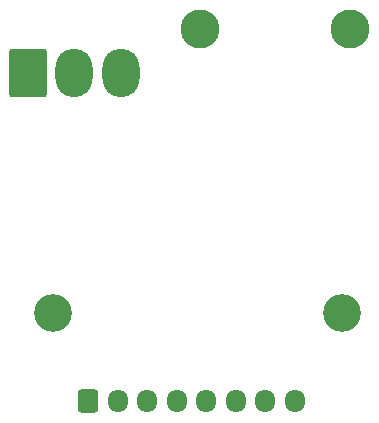
<source format=gbr>
%TF.GenerationSoftware,KiCad,Pcbnew,8.0.8*%
%TF.CreationDate,2025-01-20T17:52:45-08:00*%
%TF.ProjectId,Motor_Adapt_C,4d6f746f-725f-4416-9461-70745f432e6b,rev?*%
%TF.SameCoordinates,Original*%
%TF.FileFunction,Soldermask,Bot*%
%TF.FilePolarity,Negative*%
%FSLAX46Y46*%
G04 Gerber Fmt 4.6, Leading zero omitted, Abs format (unit mm)*
G04 Created by KiCad (PCBNEW 8.0.8) date 2025-01-20 17:52:45*
%MOMM*%
%LPD*%
G01*
G04 APERTURE LIST*
G04 Aperture macros list*
%AMRoundRect*
0 Rectangle with rounded corners*
0 $1 Rounding radius*
0 $2 $3 $4 $5 $6 $7 $8 $9 X,Y pos of 4 corners*
0 Add a 4 corners polygon primitive as box body*
4,1,4,$2,$3,$4,$5,$6,$7,$8,$9,$2,$3,0*
0 Add four circle primitives for the rounded corners*
1,1,$1+$1,$2,$3*
1,1,$1+$1,$4,$5*
1,1,$1+$1,$6,$7*
1,1,$1+$1,$8,$9*
0 Add four rect primitives between the rounded corners*
20,1,$1+$1,$2,$3,$4,$5,0*
20,1,$1+$1,$4,$5,$6,$7,0*
20,1,$1+$1,$6,$7,$8,$9,0*
20,1,$1+$1,$8,$9,$2,$3,0*%
G04 Aperture macros list end*
%ADD10C,3.200000*%
%ADD11C,3.300000*%
%ADD12RoundRect,0.250000X-1.330000X-1.800000X1.330000X-1.800000X1.330000X1.800000X-1.330000X1.800000X0*%
%ADD13O,3.160000X4.100000*%
%ADD14RoundRect,0.250000X-0.600000X-0.725000X0.600000X-0.725000X0.600000X0.725000X-0.600000X0.725000X0*%
%ADD15O,1.700000X1.950000*%
G04 APERTURE END LIST*
D10*
%TO.C,H2*%
X33500000Y-74000000D03*
%TD*%
%TO.C,H1*%
X58000000Y-74000000D03*
%TD*%
D11*
%TO.C,J2*%
X58700000Y-50000000D03*
X46000000Y-50000000D03*
%TD*%
D12*
%TO.C,J3*%
X31390000Y-53655000D03*
D13*
X35350000Y-53655000D03*
X39310000Y-53655000D03*
%TD*%
D14*
%TO.C,J1*%
X36500000Y-81500000D03*
D15*
X39000000Y-81500000D03*
X41500000Y-81500000D03*
X44000000Y-81500000D03*
X46500000Y-81500000D03*
X49000000Y-81500000D03*
X51500000Y-81500000D03*
X54000000Y-81500000D03*
%TD*%
M02*

</source>
